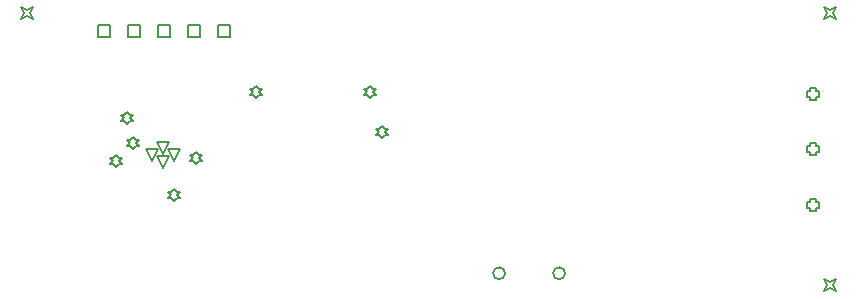
<source format=gbr>
%TF.GenerationSoftware,Altium Limited,Altium Designer,24.0.1 (36)*%
G04 Layer_Color=2752767*
%FSLAX45Y45*%
%MOMM*%
%TF.SameCoordinates,B6A77970-8F51-4162-B198-D5255F9352F6*%
%TF.FilePolarity,Positive*%
%TF.FileFunction,Drawing*%
%TF.Part,Single*%
G01*
G75*
%TA.AperFunction,NonConductor*%
%ADD38C,0.12700*%
%ADD70C,0.16933*%
D38*
X6974600Y1944600D02*
Y1919200D01*
X7025400D01*
Y1944600D01*
X7050800D01*
Y1995400D01*
X7025400D01*
Y2020800D01*
X6974600D01*
Y1995400D01*
X6949200D01*
Y1944600D01*
X6974600D01*
Y1474600D02*
Y1449200D01*
X7025400D01*
Y1474600D01*
X7050800D01*
Y1525400D01*
X7025400D01*
Y1550800D01*
X6974600D01*
Y1525400D01*
X6949200D01*
Y1474600D01*
X6974600D01*
Y1004600D02*
Y979200D01*
X7025400D01*
Y1004600D01*
X7050800D01*
Y1055400D01*
X7025400D01*
Y1080800D01*
X6974600D01*
Y1055400D01*
X6949200D01*
Y1004600D01*
X6974600D01*
X1405000Y1399200D02*
X1354200Y1500800D01*
X1455800D01*
X1405000Y1399200D01*
X1500000Y1456700D02*
X1449200Y1558300D01*
X1550800D01*
X1500000Y1456700D01*
Y1341700D02*
X1449200Y1443300D01*
X1550800D01*
X1500000Y1341700D01*
X1595000Y1399200D02*
X1544200Y1500800D01*
X1645800D01*
X1595000Y1399200D01*
X299200Y2599200D02*
X324600Y2650000D01*
X299200Y2700800D01*
X350000Y2675400D01*
X400800Y2700800D01*
X375400Y2650000D01*
X400800Y2599200D01*
X350000Y2624600D01*
X299200Y2599200D01*
X7099200Y299200D02*
X7124600Y350000D01*
X7099200Y400800D01*
X7150000Y375400D01*
X7200800Y400800D01*
X7175400Y350000D01*
X7200800Y299200D01*
X7150000Y324600D01*
X7099200Y299200D01*
Y2599200D02*
X7124600Y2650000D01*
X7099200Y2700800D01*
X7150000Y2675400D01*
X7200800Y2700800D01*
X7175400Y2650000D01*
X7200800Y2599200D01*
X7150000Y2624600D01*
X7099200Y2599200D01*
X949200Y2449200D02*
Y2550800D01*
X1050800D01*
Y2449200D01*
X949200D01*
X1965200D02*
Y2550800D01*
X2066800D01*
Y2449200D01*
X1965200D01*
X1711200D02*
Y2550800D01*
X1812800D01*
Y2449200D01*
X1711200D01*
X1457200D02*
Y2550800D01*
X1558800D01*
Y2449200D01*
X1457200D01*
X1203200D02*
Y2550800D01*
X1304800D01*
Y2449200D01*
X1203200D01*
X1193800Y1714500D02*
X1219200Y1739900D01*
X1244600D01*
X1219200Y1765300D01*
X1244600Y1790700D01*
X1219200D01*
X1193800Y1816100D01*
X1168400Y1790700D01*
X1143000D01*
X1168400Y1765300D01*
X1143000Y1739900D01*
X1168400D01*
X1193800Y1714500D01*
X1104900Y1346200D02*
X1130300Y1371600D01*
X1155700D01*
X1130300Y1397000D01*
X1155700Y1422400D01*
X1130300D01*
X1104900Y1447800D01*
X1079500Y1422400D01*
X1054100D01*
X1079500Y1397000D01*
X1054100Y1371600D01*
X1079500D01*
X1104900Y1346200D01*
X1778000Y1371600D02*
X1803400Y1397000D01*
X1828800D01*
X1803400Y1422400D01*
X1828800Y1447800D01*
X1803400D01*
X1778000Y1473200D01*
X1752600Y1447800D01*
X1727200D01*
X1752600Y1422400D01*
X1727200Y1397000D01*
X1752600D01*
X1778000Y1371600D01*
X1596058Y1065300D02*
X1621458Y1090700D01*
X1646858D01*
X1621458Y1116100D01*
X1646858Y1141500D01*
X1621458D01*
X1596058Y1166900D01*
X1570658Y1141500D01*
X1545258D01*
X1570658Y1116100D01*
X1545258Y1090700D01*
X1570658D01*
X1596058Y1065300D01*
X3251200Y1930400D02*
X3276600Y1955800D01*
X3302000D01*
X3276600Y1981200D01*
X3302000Y2006600D01*
X3276600D01*
X3251200Y2032000D01*
X3225800Y2006600D01*
X3200400D01*
X3225800Y1981200D01*
X3200400Y1955800D01*
X3225800D01*
X3251200Y1930400D01*
X2286000D02*
X2311400Y1955800D01*
X2336800D01*
X2311400Y1981200D01*
X2336800Y2006600D01*
X2311400D01*
X2286000Y2032000D01*
X2260600Y2006600D01*
X2235200D01*
X2260600Y1981200D01*
X2235200Y1955800D01*
X2260600D01*
X2286000Y1930400D01*
X3350000Y1599200D02*
X3375400Y1624600D01*
X3400800D01*
X3375400Y1650000D01*
X3400800Y1675400D01*
X3375400D01*
X3350000Y1700800D01*
X3324600Y1675400D01*
X3299200D01*
X3324600Y1650000D01*
X3299200Y1624600D01*
X3324600D01*
X3350000Y1599200D01*
X1250000Y1499200D02*
X1275400Y1524600D01*
X1300800D01*
X1275400Y1550000D01*
X1300800Y1575400D01*
X1275400D01*
X1250000Y1600800D01*
X1224600Y1575400D01*
X1199200D01*
X1224600Y1550000D01*
X1199200Y1524600D01*
X1224600D01*
X1250000Y1499200D01*
D70*
X4396800Y450000D02*
G03*
X4396800Y450000I-50800J0D01*
G01*
X4904800D02*
G03*
X4904800Y450000I-50800J0D01*
G01*
%TF.MD5,a327ceee97050448be1a273019d73848*%
M02*

</source>
